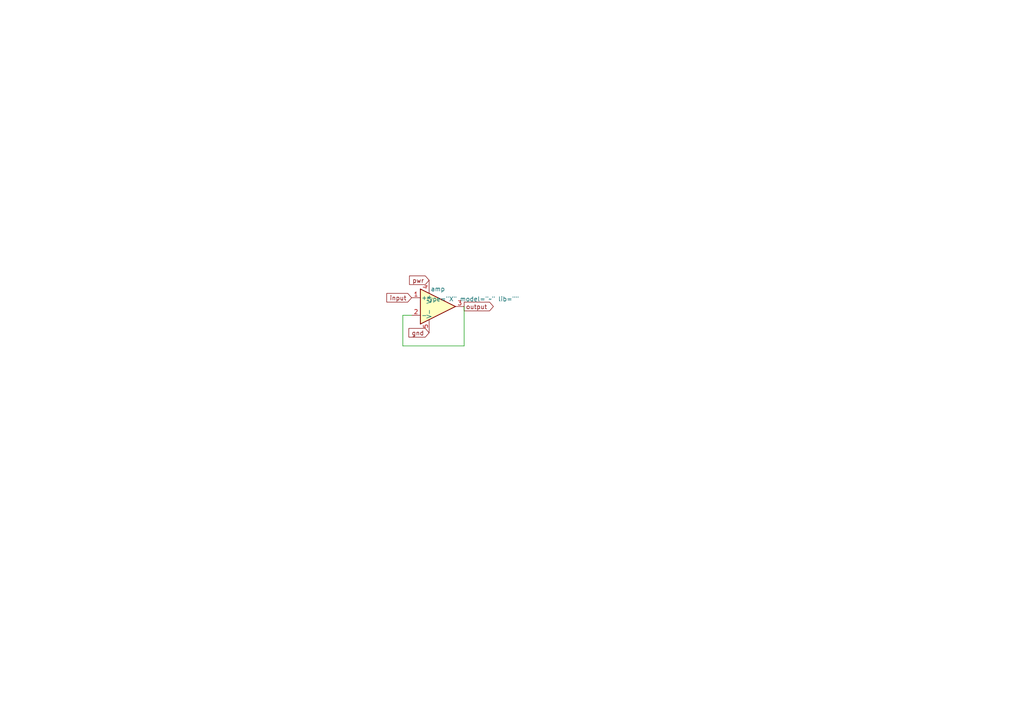
<source format=kicad_sch>
(kicad_sch (version 20211123) (generator eeschema)
  (paper "A4")
  (lib_symbols
    (symbol "Simulation_SPICE:OPAMP" (pin_names (offset 0.254))
      (property "Reference" "U" (at 3.81 3.175 0))
      (property "Value" "OPAMP" (at 3.81 -3.175 0))
      (symbol "OPAMP_0_1"
        (polyline (pts (xy 5.08 0) (xy -5.08 5.08) (xy -5.08 -5.08) (xy 5.08 0)) (stroke (width 0.254)) (fill (type background)))
      )
      (symbol "OPAMP_1_1"
        (pin input line (at -7.62 2.54 0) (length 2.54) (name "+") (number "1"))
        (pin input line (at -7.62 -2.54 0) (length 2.54) (name "-") (number "2"))
        (pin output line (at 7.62 0 180) (length 2.54) (name "~") (number "3"))
        (pin power_in line (at -2.54 7.62 270) (length 3.81) (name "V+") (number "4"))
        (pin power_in line (at -2.54 -7.62 90) (length 3.81) (name "V-") (number "5"))
      )
    )
  )
  (wire (pts (xy 116.84 91.44) (xy 119.38 91.44)))
  (wire (pts (xy 116.84 91.44) (xy 116.84 100.33)))
  (wire (pts (xy 134.62 100.33) (xy 134.62 88.9)))
  (wire (pts (xy 116.84 100.33) (xy 134.62 100.33)))
  (global_label "pwr" (shape input) (at 124.46 81.28 180) (property "Intersheet References" "${INTERSHEET_REFS}" (effects hide)))
  (global_label "input" (shape input) (at 119.38 86.36 180) (property "Intersheet References" "${INTERSHEET_REFS}" (effects hide)))
  (global_label "output" (shape output) (at 134.62 88.9 0) (property "Intersheet References" "${INTERSHEET_REFS}" (effects hide)))
  (global_label "gnd" (shape input) (at 124.46 96.52 180) (property "Intersheet References" "${INTERSHEET_REFS}" (effects hide)))
  (symbol (lib_id "Simulation_SPICE:OPAMP") (at 127 88.9 0) (unit 1)
    (property "Reference" "amp" (at 127 83.82 0))
    (property "Value" "~" (at 137.16 86.741 0))
    (property "Spice_Netlist_Enabled" "Y" (effects hide))
    (property "Spice_Primitive" "X" (effects hide))
  )
)
</source>
